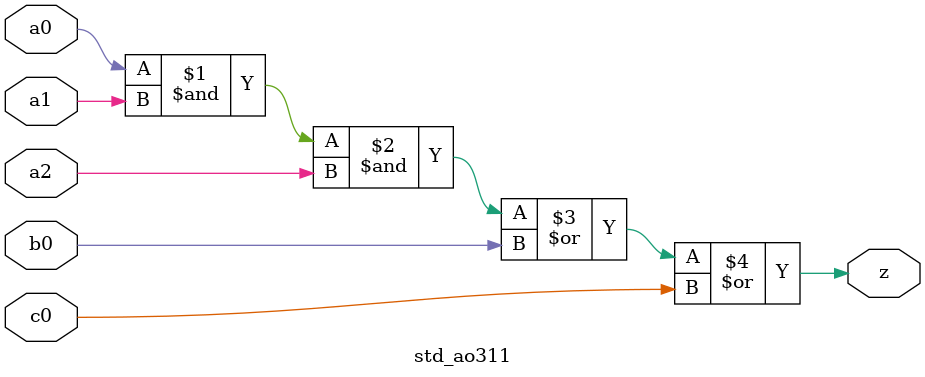
<source format=sv>

module std_ao311 #(parameter DW = 1 ) // array width
(
	input [DW-1:0]  a0,
	input [DW-1:0]  a1,
	input [DW-1:0]  a2,
	input [DW-1:0]  b0,
	input [DW-1:0]  c0, 
	output [DW-1:0] z
);

assign z = (a0 & a1 & a2) | b0 | c0;

endmodule

</source>
